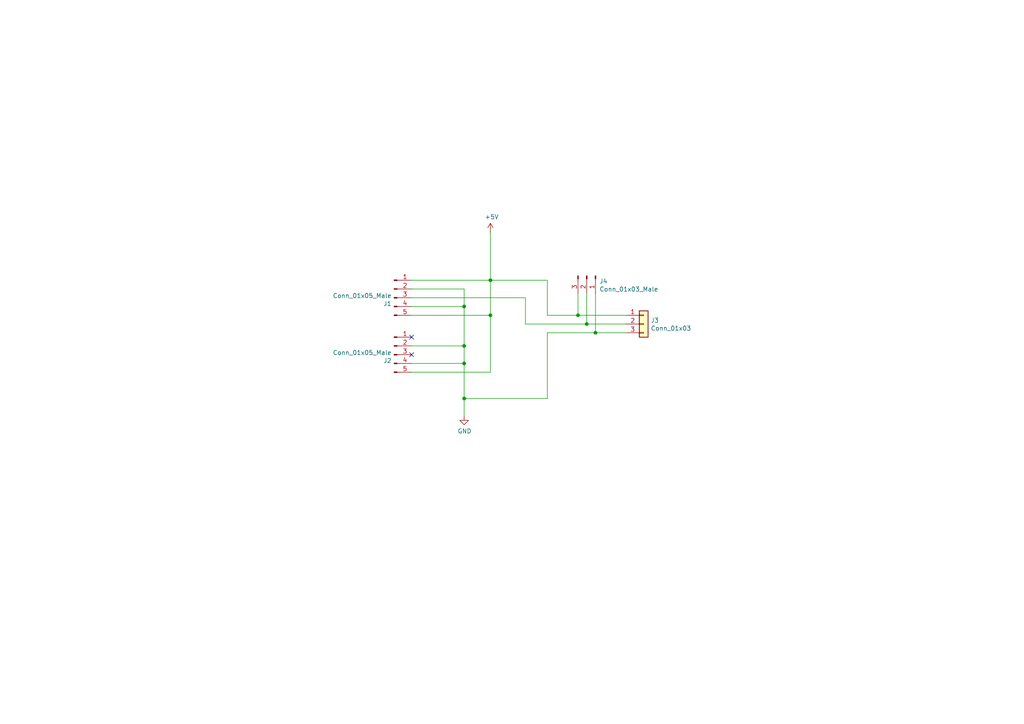
<source format=kicad_sch>
(kicad_sch (version 20250114) (generator "eeschema") (generator_version "9.0")
  (paper "A4")
  (title_block (title "ColoLight Custom Controller") (date "2025-12-02") (rev "0.3") (company "haus-automatisierung.com") (comment 1 "Matthias Kleine"))
  (lib_symbols
    (symbol "Connector:Conn_01x03_Male" (pin_names (offset 1.016) (hide yes))
      (property "Reference" "J" (at 0 5.08 0))
      (property "Value" "Connector_Conn_01x03_Male" (at 0 -5.08 0))
      (symbol "Conn_01x03_Male_1_1"
        (rectangle (start 0.8636 2.667) (end 0 2.413) (stroke (width 0.1524)) (fill (type outline)))
        (rectangle (start 0.8636 0.127) (end 0 -0.127) (stroke (width 0.1524)) (fill (type outline)))
        (rectangle (start 0.8636 -2.413) (end 0 -2.667) (stroke (width 0.1524)) (fill (type outline)))
        (polyline (pts (xy 1.27 2.54) (xy 0.8636 2.54)) (stroke (width 0.1524)))
        (polyline (pts (xy 1.27 0) (xy 0.8636 0)) (stroke (width 0.1524)))
        (polyline (pts (xy 1.27 -2.54) (xy 0.8636 -2.54)) (stroke (width 0.1524)))
        (pin passive line (at 5.08 2.54 180) (length 3.81) (name "Pin_1") (number "1"))
        (pin passive line (at 5.08 0 180) (length 3.81) (name "Pin_2") (number "2"))
        (pin passive line (at 5.08 -2.54 180) (length 3.81) (name "Pin_3") (number "3"))
      )
    )
    (symbol "Connector:Conn_01x05_Male" (pin_names (offset 1.016) (hide yes))
      (property "Reference" "J" (at 0 7.62 0))
      (property "Value" "Connector_Conn_01x05_Male" (at 0 -7.62 0))
      (symbol "Conn_01x05_Male_1_1"
        (rectangle (start 0.8636 5.207) (end 0 4.953) (stroke (width 0.1524)) (fill (type outline)))
        (rectangle (start 0.8636 2.667) (end 0 2.413) (stroke (width 0.1524)) (fill (type outline)))
        (rectangle (start 0.8636 0.127) (end 0 -0.127) (stroke (width 0.1524)) (fill (type outline)))
        (rectangle (start 0.8636 -2.413) (end 0 -2.667) (stroke (width 0.1524)) (fill (type outline)))
        (rectangle (start 0.8636 -4.953) (end 0 -5.207) (stroke (width 0.1524)) (fill (type outline)))
        (polyline (pts (xy 1.27 5.08) (xy 0.8636 5.08)) (stroke (width 0.1524)))
        (polyline (pts (xy 1.27 2.54) (xy 0.8636 2.54)) (stroke (width 0.1524)))
        (polyline (pts (xy 1.27 0) (xy 0.8636 0)) (stroke (width 0.1524)))
        (polyline (pts (xy 1.27 -2.54) (xy 0.8636 -2.54)) (stroke (width 0.1524)))
        (polyline (pts (xy 1.27 -5.08) (xy 0.8636 -5.08)) (stroke (width 0.1524)))
        (pin passive line (at 5.08 5.08 180) (length 3.81) (name "Pin_1") (number "1"))
        (pin passive line (at 5.08 2.54 180) (length 3.81) (name "Pin_2") (number "2"))
        (pin passive line (at 5.08 0 180) (length 3.81) (name "Pin_3") (number "3"))
        (pin passive line (at 5.08 -2.54 180) (length 3.81) (name "Pin_4") (number "4"))
        (pin passive line (at 5.08 -5.08 180) (length 3.81) (name "Pin_5") (number "5"))
      )
    )
    (symbol "Connector_Generic:Conn_01x03" (pin_names (offset 1.016) (hide yes))
      (property "Reference" "J" (at 0 5.08 0))
      (property "Value" "Conn_01x03" (at 0 -5.08 0))
      (symbol "Conn_01x03_1_1"
        (rectangle (start -1.27 3.81) (end 1.27 -3.81) (stroke (width 0.254)) (fill (type background)))
        (rectangle (start -1.27 2.667) (end 0 2.413) (stroke (width 0.1524)))
        (rectangle (start -1.27 0.127) (end 0 -0.127) (stroke (width 0.1524)))
        (rectangle (start -1.27 -2.413) (end 0 -2.667) (stroke (width 0.1524)))
        (pin passive line (at -5.08 2.54 0) (length 3.81) (name "Pin_1") (number "1"))
        (pin passive line (at -5.08 0 0) (length 3.81) (name "Pin_2") (number "2"))
        (pin passive line (at -5.08 -2.54 0) (length 3.81) (name "Pin_3") (number "3"))
      )
    )
    (symbol "power:+5V" (power) (pin_numbers (hide yes)) (pin_names (offset 0) (hide yes))
      (property "Value" "+5V" (at 0 3.556 0))
      (symbol "+5V_0_1"
        (polyline (pts (xy -0.762 1.27) (xy 0 2.54)))
        (polyline (pts (xy 0 2.54) (xy 0.762 1.27)))
        (polyline (pts (xy 0 0) (xy 0 2.54)))
      )
      (symbol "+5V_1_1"
        (pin power_in line (at 0 0 90) (length 0) (name "~") (number "1"))
      )
    )
    (symbol "power:GND" (power) (pin_numbers (hide yes)) (pin_names (offset 0) (hide yes))
      (property "Value" "GND" (at 0 -3.81 0))
      (symbol "GND_0_1"
        (polyline (pts (xy 0 0) (xy 0 -1.27) (xy 1.27 -1.27) (xy 0 -2.54) (xy -1.27 -1.27) (xy 0 -1.27)))
      )
      (symbol "GND_1_1"
        (pin power_in line (at 0 0 270) (length 0) (name "~") (number "1"))
      )
    )
  )
  (junction (at 142.24 91.44))
  (junction (at 134.62 88.9))
  (junction (at 142.24 81.28))
  (junction (at 170.18 93.98))
  (junction (at 134.62 105.41))
  (junction (at 172.72 96.52))
  (junction (at 134.62 100.33))
  (junction (at 167.64 91.44))
  (junction (at 134.62 115.57))
  (no_connect (at 119.38 102.87))
  (no_connect (at 119.38 97.79))
  (wire (pts (xy 181.61 91.44) (xy 167.64 91.44)))
  (wire (pts (xy 152.4 86.36) (xy 119.38 86.36)))
  (wire (pts (xy 134.62 105.41) (xy 134.62 115.57)))
  (wire (pts (xy 119.38 105.41) (xy 134.62 105.41)))
  (wire (pts (xy 158.75 115.57) (xy 134.62 115.57)))
  (wire (pts (xy 172.72 96.52) (xy 158.75 96.52)))
  (wire (pts (xy 158.75 81.28) (xy 142.24 81.28)))
  (wire (pts (xy 167.64 85.09) (xy 167.64 91.44)))
  (wire (pts (xy 170.18 85.09) (xy 170.18 93.98)))
  (wire (pts (xy 119.38 88.9) (xy 134.62 88.9)))
  (wire (pts (xy 134.62 88.9) (xy 134.62 100.33)))
  (wire (pts (xy 142.24 91.44) (xy 142.24 81.28)))
  (wire (pts (xy 158.75 91.44) (xy 158.75 81.28)))
  (wire (pts (xy 119.38 100.33) (xy 134.62 100.33)))
  (wire (pts (xy 119.38 107.95) (xy 142.24 107.95)))
  (wire (pts (xy 152.4 93.98) (xy 152.4 86.36)))
  (wire (pts (xy 142.24 81.28) (xy 119.38 81.28)))
  (wire (pts (xy 119.38 91.44) (xy 142.24 91.44)))
  (wire (pts (xy 142.24 107.95) (xy 142.24 91.44)))
  (wire (pts (xy 142.24 67.31) (xy 142.24 81.28)))
  (wire (pts (xy 134.62 115.57) (xy 134.62 120.65)))
  (wire (pts (xy 158.75 96.52) (xy 158.75 115.57)))
  (wire (pts (xy 172.72 85.09) (xy 172.72 96.52)))
  (wire (pts (xy 181.61 96.52) (xy 172.72 96.52)))
  (wire (pts (xy 181.61 93.98) (xy 170.18 93.98)))
  (wire (pts (xy 134.62 83.82) (xy 134.62 88.9)))
  (wire (pts (xy 134.62 100.33) (xy 134.62 105.41)))
  (wire (pts (xy 167.64 91.44) (xy 158.75 91.44)))
  (wire (pts (xy 119.38 83.82) (xy 134.62 83.82)))
  (wire (pts (xy 170.18 93.98) (xy 152.4 93.98)))
  (symbol (lib_id "Connector:Conn_01x05_Male") (at 114.3 102.87 0) (unit 1)
    (property "Reference" "J2" (at 113.5888 104.5972 0) (effects (justify right)))
    (property "Value" "Conn_01x05_Male" (at 113.5888 102.2858 0) (effects (justify right)))
    (property "Footprint" "Connector_PinHeader_2.00mm:PinHeader_1x05_P2.00mm_Vertical" (effects (hide yes)))
  )
  (symbol (lib_id "Connector:Conn_01x05_Male") (at 114.3 86.36 0) (unit 1)
    (property "Reference" "J1" (at 113.5888 88.0872 0) (effects (justify right)))
    (property "Value" "Conn_01x05_Male" (at 113.5888 85.7758 0) (effects (justify right)))
    (property "Footprint" "Connector_PinHeader_2.00mm:PinHeader_1x05_P2.00mm_Vertical" (effects (hide yes)))
  )
  (symbol (lib_id "power:GND") (at 134.62 120.65 0) (unit 1)
    (property "Reference" "#PWR01" (effects (hide yes)))
    (property "Value" "GND" (at 134.747 125.0442 0))
  )
  (symbol (lib_id "power:+5V") (at 142.24 67.31 0) (unit 1)
    (property "Reference" "#PWR02" (effects (hide yes)))
    (property "Value" "+5V" (at 142.621 62.9158 0))
  )
  (symbol (lib_id "Connector_Generic:Conn_01x03") (at 186.69 93.98 0) (unit 1)
    (property "Reference" "J3" (at 188.722 92.9132 0) (effects (justify left)))
    (property "Value" "Conn_01x03" (at 188.722 95.2246 0) (effects (justify left)))
    (property "Footprint" "haus-automatisierung:SolderPads3" (effects (hide yes)))
  )
  (symbol (lib_id "Connector:Conn_01x03_Male") (at 170.18 80.01 270) (unit 1)
    (property "Reference" "J4" (at 173.8376 81.5848 90) (effects (justify left)))
    (property "Value" "Conn_01x03_Male" (at 173.8376 83.8962 90) (effects (justify left)))
    (property "Footprint" "Connector_PinHeader_2.54mm:PinHeader_1x03_P2.54mm_Vertical" (effects (hide yes)))
  )
)
</source>
